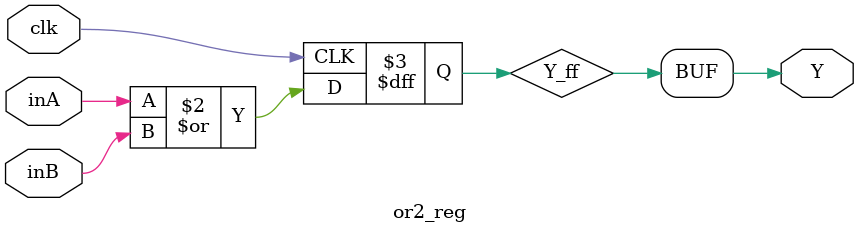
<source format=v>

module or2_reg (

	clk, inA, inB, Y

);

input clk;
input wire inA;
input wire inB;

output wire Y;

reg Y_ff;

assign Y = Y_ff;


always @(posedge clk) begin

	Y_ff <= inA | inB;


end


endmodule	




</source>
